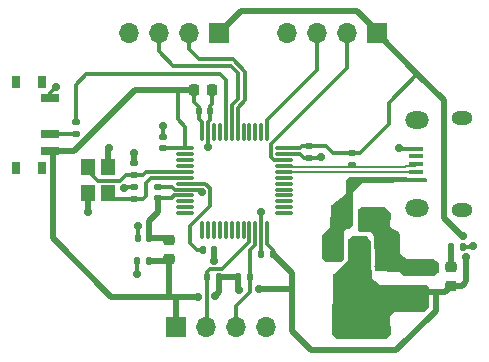
<source format=gbr>
%TF.GenerationSoftware,KiCad,Pcbnew,8.0.8*%
%TF.CreationDate,2025-02-20T15:14:10+05:30*%
%TF.ProjectId,Testing_1,54657374-696e-4675-9f31-2e6b69636164,rev?*%
%TF.SameCoordinates,Original*%
%TF.FileFunction,Copper,L1,Top*%
%TF.FilePolarity,Positive*%
%FSLAX46Y46*%
G04 Gerber Fmt 4.6, Leading zero omitted, Abs format (unit mm)*
G04 Created by KiCad (PCBNEW 8.0.8) date 2025-02-20 15:14:10*
%MOMM*%
%LPD*%
G01*
G04 APERTURE LIST*
G04 Aperture macros list*
%AMRoundRect*
0 Rectangle with rounded corners*
0 $1 Rounding radius*
0 $2 $3 $4 $5 $6 $7 $8 $9 X,Y pos of 4 corners*
0 Add a 4 corners polygon primitive as box body*
4,1,4,$2,$3,$4,$5,$6,$7,$8,$9,$2,$3,0*
0 Add four circle primitives for the rounded corners*
1,1,$1+$1,$2,$3*
1,1,$1+$1,$4,$5*
1,1,$1+$1,$6,$7*
1,1,$1+$1,$8,$9*
0 Add four rect primitives between the rounded corners*
20,1,$1+$1,$2,$3,$4,$5,0*
20,1,$1+$1,$4,$5,$6,$7,0*
20,1,$1+$1,$6,$7,$8,$9,0*
20,1,$1+$1,$8,$9,$2,$3,0*%
G04 Aperture macros list end*
%TA.AperFunction,SMDPad,CuDef*%
%ADD10R,0.800000X1.000000*%
%TD*%
%TA.AperFunction,SMDPad,CuDef*%
%ADD11R,1.500000X0.700000*%
%TD*%
%TA.AperFunction,SMDPad,CuDef*%
%ADD12R,1.200000X1.400000*%
%TD*%
%TA.AperFunction,SMDPad,CuDef*%
%ADD13RoundRect,0.375000X-0.375000X0.625000X-0.375000X-0.625000X0.375000X-0.625000X0.375000X0.625000X0*%
%TD*%
%TA.AperFunction,SMDPad,CuDef*%
%ADD14RoundRect,0.500000X-1.400000X0.500000X-1.400000X-0.500000X1.400000X-0.500000X1.400000X0.500000X0*%
%TD*%
%TA.AperFunction,SMDPad,CuDef*%
%ADD15RoundRect,0.075000X-0.662500X-0.075000X0.662500X-0.075000X0.662500X0.075000X-0.662500X0.075000X0*%
%TD*%
%TA.AperFunction,SMDPad,CuDef*%
%ADD16RoundRect,0.075000X-0.075000X-0.662500X0.075000X-0.662500X0.075000X0.662500X-0.075000X0.662500X0*%
%TD*%
%TA.AperFunction,SMDPad,CuDef*%
%ADD17RoundRect,0.135000X-0.135000X-0.185000X0.135000X-0.185000X0.135000X0.185000X-0.135000X0.185000X0*%
%TD*%
%TA.AperFunction,SMDPad,CuDef*%
%ADD18RoundRect,0.135000X0.135000X0.185000X-0.135000X0.185000X-0.135000X-0.185000X0.135000X-0.185000X0*%
%TD*%
%TA.AperFunction,SMDPad,CuDef*%
%ADD19RoundRect,0.135000X-0.185000X0.135000X-0.185000X-0.135000X0.185000X-0.135000X0.185000X0.135000X0*%
%TD*%
%TA.AperFunction,SMDPad,CuDef*%
%ADD20RoundRect,0.135000X0.185000X-0.135000X0.185000X0.135000X-0.185000X0.135000X-0.185000X-0.135000X0*%
%TD*%
%TA.AperFunction,ComponentPad*%
%ADD21R,1.700000X1.700000*%
%TD*%
%TA.AperFunction,ComponentPad*%
%ADD22O,1.700000X1.700000*%
%TD*%
%TA.AperFunction,SMDPad,CuDef*%
%ADD23RoundRect,0.218750X-0.256250X0.218750X-0.256250X-0.218750X0.256250X-0.218750X0.256250X0.218750X0*%
%TD*%
%TA.AperFunction,SMDPad,CuDef*%
%ADD24RoundRect,0.250000X0.475000X-0.250000X0.475000X0.250000X-0.475000X0.250000X-0.475000X-0.250000X0*%
%TD*%
%TA.AperFunction,SMDPad,CuDef*%
%ADD25RoundRect,0.250000X-0.250000X-0.475000X0.250000X-0.475000X0.250000X0.475000X-0.250000X0.475000X0*%
%TD*%
%TA.AperFunction,SMDPad,CuDef*%
%ADD26RoundRect,0.140000X0.170000X-0.140000X0.170000X0.140000X-0.170000X0.140000X-0.170000X-0.140000X0*%
%TD*%
%TA.AperFunction,SMDPad,CuDef*%
%ADD27RoundRect,0.140000X-0.140000X-0.170000X0.140000X-0.170000X0.140000X0.170000X-0.140000X0.170000X0*%
%TD*%
%TA.AperFunction,SMDPad,CuDef*%
%ADD28RoundRect,0.140000X0.140000X0.170000X-0.140000X0.170000X-0.140000X-0.170000X0.140000X-0.170000X0*%
%TD*%
%TA.AperFunction,SMDPad,CuDef*%
%ADD29RoundRect,0.225000X-0.225000X-0.250000X0.225000X-0.250000X0.225000X0.250000X-0.225000X0.250000X0*%
%TD*%
%TA.AperFunction,SMDPad,CuDef*%
%ADD30RoundRect,0.140000X-0.170000X0.140000X-0.170000X-0.140000X0.170000X-0.140000X0.170000X0.140000X0*%
%TD*%
%TA.AperFunction,HeatsinkPad*%
%ADD31O,1.800000X1.150000*%
%TD*%
%TA.AperFunction,HeatsinkPad*%
%ADD32O,2.000000X1.450000*%
%TD*%
%TA.AperFunction,SMDPad,CuDef*%
%ADD33R,1.300000X0.450000*%
%TD*%
%TA.AperFunction,ViaPad*%
%ADD34C,0.700000*%
%TD*%
%TA.AperFunction,Conductor*%
%ADD35C,0.300000*%
%TD*%
%TA.AperFunction,Conductor*%
%ADD36C,0.500000*%
%TD*%
%TA.AperFunction,Conductor*%
%ADD37C,0.200000*%
%TD*%
G04 APERTURE END LIST*
D10*
%TO.P,SW1,*%
%TO.N,*%
X108730000Y-73120000D03*
X106520000Y-73120000D03*
X108730000Y-80420000D03*
X106520000Y-80420000D03*
D11*
%TO.P,SW1,1,A*%
%TO.N,GND*%
X109380000Y-74520000D03*
%TO.P,SW1,2,B*%
%TO.N,/SW_BOOT0*%
X109380000Y-77520000D03*
%TO.P,SW1,3,C*%
%TO.N,+3.3V*%
X109380000Y-79020000D03*
%TD*%
D12*
%TO.P,Y1,1,1*%
%TO.N,/HSE_IN*%
X112590000Y-80380000D03*
%TO.P,Y1,2,2*%
%TO.N,GND*%
X112590000Y-82580000D03*
%TO.P,Y1,3,3*%
%TO.N,/HSE_OUT*%
X114290000Y-82580000D03*
%TO.P,Y1,4,4*%
%TO.N,GND*%
X114290000Y-80380000D03*
%TD*%
D13*
%TO.P,U2,1,GND*%
%TO.N,GND*%
X137920000Y-87240000D03*
%TO.P,U2,2,VO*%
%TO.N,+3.3V*%
X135620000Y-87240000D03*
D14*
X135620000Y-93540000D03*
D13*
%TO.P,U2,3,VI*%
%TO.N,VBUS*%
X133320000Y-87240000D03*
%TD*%
D15*
%TO.P,U1,1,VBAT*%
%TO.N,+3.3V*%
X120837500Y-78750000D03*
%TO.P,U1,2,PC13*%
%TO.N,unconnected-(U1-PC13-Pad2)*%
X120837500Y-79250000D03*
%TO.P,U1,3,PC14*%
%TO.N,unconnected-(U1-PC14-Pad3)*%
X120837500Y-79750000D03*
%TO.P,U1,4,PC15*%
%TO.N,unconnected-(U1-PC15-Pad4)*%
X120837500Y-80250000D03*
%TO.P,U1,5,PD0*%
%TO.N,/HSE_IN*%
X120837500Y-80750000D03*
%TO.P,U1,6,PD1*%
%TO.N,/HSE_OUT*%
X120837500Y-81250000D03*
%TO.P,U1,7,NRST*%
%TO.N,/NRST*%
X120837500Y-81750000D03*
%TO.P,U1,8,VSSA*%
%TO.N,GND*%
X120837500Y-82250000D03*
%TO.P,U1,9,VDDA*%
%TO.N,+3.3VA*%
X120837500Y-82750000D03*
%TO.P,U1,10,PA0*%
%TO.N,unconnected-(U1-PA0-Pad10)*%
X120837500Y-83250000D03*
%TO.P,U1,11,PA1*%
%TO.N,unconnected-(U1-PA1-Pad11)*%
X120837500Y-83750000D03*
%TO.P,U1,12,PA2*%
%TO.N,unconnected-(U1-PA2-Pad12)*%
X120837500Y-84250000D03*
D16*
%TO.P,U1,13,PA3*%
%TO.N,unconnected-(U1-PA3-Pad13)*%
X122250000Y-85662500D03*
%TO.P,U1,14,PA4*%
%TO.N,unconnected-(U1-PA4-Pad14)*%
X122750000Y-85662500D03*
%TO.P,U1,15,PA5*%
%TO.N,unconnected-(U1-PA5-Pad15)*%
X123250000Y-85662500D03*
%TO.P,U1,16,PA6*%
%TO.N,unconnected-(U1-PA6-Pad16)*%
X123750000Y-85662500D03*
%TO.P,U1,17,PA7*%
%TO.N,unconnected-(U1-PA7-Pad17)*%
X124250000Y-85662500D03*
%TO.P,U1,18,PB0*%
%TO.N,unconnected-(U1-PB0-Pad18)*%
X124750000Y-85662500D03*
%TO.P,U1,19,PB1*%
%TO.N,unconnected-(U1-PB1-Pad19)*%
X125250000Y-85662500D03*
%TO.P,U1,20,PB2*%
%TO.N,unconnected-(U1-PB2-Pad20)*%
X125750000Y-85662500D03*
%TO.P,U1,21,PB10*%
%TO.N,/I2C2_SCL*%
X126250000Y-85662500D03*
%TO.P,U1,22,PB11*%
%TO.N,/I2C2_SDA*%
X126750000Y-85662500D03*
%TO.P,U1,23,VSS*%
%TO.N,GND*%
X127250000Y-85662500D03*
%TO.P,U1,24,VDD*%
%TO.N,+3.3V*%
X127750000Y-85662500D03*
D15*
%TO.P,U1,25,PB12*%
%TO.N,unconnected-(U1-PB12-Pad25)*%
X129162500Y-84250000D03*
%TO.P,U1,26,PB13*%
%TO.N,unconnected-(U1-PB13-Pad26)*%
X129162500Y-83750000D03*
%TO.P,U1,27,PB14*%
%TO.N,unconnected-(U1-PB14-Pad27)*%
X129162500Y-83250000D03*
%TO.P,U1,28,PB15*%
%TO.N,unconnected-(U1-PB15-Pad28)*%
X129162500Y-82750000D03*
%TO.P,U1,29,PA8*%
%TO.N,unconnected-(U1-PA8-Pad29)*%
X129162500Y-82250000D03*
%TO.P,U1,30,PA9*%
%TO.N,unconnected-(U1-PA9-Pad30)*%
X129162500Y-81750000D03*
%TO.P,U1,31,PA10*%
%TO.N,unconnected-(U1-PA10-Pad31)*%
X129162500Y-81250000D03*
%TO.P,U1,32,PA11*%
%TO.N,/USB_D-*%
X129162500Y-80750000D03*
%TO.P,U1,33,PA12*%
%TO.N,/USB_D+*%
X129162500Y-80250000D03*
%TO.P,U1,34,PA13*%
%TO.N,/SWDIO*%
X129162500Y-79750000D03*
%TO.P,U1,35,VSS*%
%TO.N,GND*%
X129162500Y-79250000D03*
%TO.P,U1,36,VDD*%
%TO.N,+3.3V*%
X129162500Y-78750000D03*
D16*
%TO.P,U1,37,PA14*%
%TO.N,/SWCLK*%
X127750000Y-77337500D03*
%TO.P,U1,38,PA15*%
%TO.N,unconnected-(U1-PA15-Pad38)*%
X127250000Y-77337500D03*
%TO.P,U1,39,PB3*%
%TO.N,unconnected-(U1-PB3-Pad39)*%
X126750000Y-77337500D03*
%TO.P,U1,40,PB4*%
%TO.N,unconnected-(U1-PB4-Pad40)*%
X126250000Y-77337500D03*
%TO.P,U1,41,PB5*%
%TO.N,unconnected-(U1-PB5-Pad41)*%
X125750000Y-77337500D03*
%TO.P,U1,42,PB6*%
%TO.N,/USART1_Tx*%
X125250000Y-77337500D03*
%TO.P,U1,43,PB7*%
%TO.N,/USART1_Rx*%
X124750000Y-77337500D03*
%TO.P,U1,44,BOOT0*%
%TO.N,/BOOT0*%
X124250000Y-77337500D03*
%TO.P,U1,45,PB8*%
%TO.N,unconnected-(U1-PB8-Pad45)*%
X123750000Y-77337500D03*
%TO.P,U1,46,PB9*%
%TO.N,unconnected-(U1-PB9-Pad46)*%
X123250000Y-77337500D03*
%TO.P,U1,47,VSS*%
%TO.N,GND*%
X122750000Y-77337500D03*
%TO.P,U1,48,VDD*%
%TO.N,+3.3V*%
X122250000Y-77337500D03*
%TD*%
D17*
%TO.P,R6,1*%
%TO.N,+3.3V*%
X125300000Y-89680000D03*
%TO.P,R6,2*%
%TO.N,/I2C2_SDA*%
X126320000Y-89680000D03*
%TD*%
D18*
%TO.P,R5,1*%
%TO.N,+3.3V*%
X123640000Y-89660000D03*
%TO.P,R5,2*%
%TO.N,/I2C2_SCL*%
X122620000Y-89660000D03*
%TD*%
D17*
%TO.P,R3,1*%
%TO.N,/PWR_LED_K*%
X143310000Y-87080000D03*
%TO.P,R3,2*%
%TO.N,GND*%
X144330000Y-87080000D03*
%TD*%
D19*
%TO.P,R2,1*%
%TO.N,+3.3V*%
X134920000Y-79150000D03*
%TO.P,R2,2*%
%TO.N,/USB_D+*%
X134920000Y-80170000D03*
%TD*%
D20*
%TO.P,R1,1*%
%TO.N,/SW_BOOT0*%
X111530000Y-77510000D03*
%TO.P,R1,2*%
%TO.N,/BOOT0*%
X111530000Y-76490000D03*
%TD*%
D21*
%TO.P,J4,1,Pin_1*%
%TO.N,+3.3V*%
X120020000Y-93870000D03*
D22*
%TO.P,J4,2,Pin_2*%
%TO.N,/I2C2_SCL*%
X122560000Y-93870000D03*
%TO.P,J4,3,Pin_3*%
%TO.N,/I2C2_SDA*%
X125100000Y-93870000D03*
%TO.P,J4,4,Pin_4*%
%TO.N,GND*%
X127640000Y-93870000D03*
%TD*%
D21*
%TO.P,J3,1,Pin_1*%
%TO.N,+3.3V*%
X123640000Y-69020000D03*
D22*
%TO.P,J3,2,Pin_2*%
%TO.N,/USART1_Tx*%
X121100000Y-69020000D03*
%TO.P,J3,3,Pin_3*%
%TO.N,/USART1_Rx*%
X118560000Y-69020000D03*
%TO.P,J3,4,Pin_4*%
%TO.N,GND*%
X116020000Y-69020000D03*
%TD*%
D21*
%TO.P,J2,1,Pin_1*%
%TO.N,+3.3V*%
X137040000Y-69020000D03*
D22*
%TO.P,J2,2,Pin_2*%
%TO.N,/SWDIO*%
X134500000Y-69020000D03*
%TO.P,J2,3,Pin_3*%
%TO.N,/SWCLK*%
X131960000Y-69020000D03*
%TO.P,J2,4,Pin_4*%
%TO.N,GND*%
X129420000Y-69020000D03*
%TD*%
D23*
%TO.P,FB1,1*%
%TO.N,+3.3VA*%
X119410000Y-86552500D03*
%TO.P,FB1,2*%
%TO.N,+3.3V*%
X119410000Y-88127500D03*
%TD*%
%TO.P,D1,1,K*%
%TO.N,/PWR_LED_K*%
X143330000Y-88822500D03*
%TO.P,D1,2,A*%
%TO.N,+3.3V*%
X143330000Y-90397500D03*
%TD*%
D24*
%TO.P,C13,1*%
%TO.N,+3.3V*%
X140590000Y-90910000D03*
%TO.P,C13,2*%
%TO.N,GND*%
X140590000Y-89010000D03*
%TD*%
D25*
%TO.P,C12,1*%
%TO.N,VBUS*%
X134400000Y-84740000D03*
%TO.P,C12,2*%
%TO.N,GND*%
X136300000Y-84740000D03*
%TD*%
D26*
%TO.P,C11,1*%
%TO.N,/HSE_OUT*%
X116500000Y-83020000D03*
%TO.P,C11,2*%
%TO.N,GND*%
X116500000Y-82060000D03*
%TD*%
%TO.P,C10,1*%
%TO.N,/HSE_IN*%
X116500000Y-81000000D03*
%TO.P,C10,2*%
%TO.N,GND*%
X116500000Y-80040000D03*
%TD*%
D27*
%TO.P,C9,1*%
%TO.N,/NRST*%
X122320000Y-87370000D03*
%TO.P,C9,2*%
%TO.N,GND*%
X123280000Y-87370000D03*
%TD*%
D28*
%TO.P,C8,1*%
%TO.N,+3.3V*%
X117710000Y-88340000D03*
%TO.P,C8,2*%
%TO.N,GND*%
X116750000Y-88340000D03*
%TD*%
%TO.P,C7,1*%
%TO.N,+3.3VA*%
X117740000Y-86370000D03*
%TO.P,C7,2*%
%TO.N,GND*%
X116780000Y-86370000D03*
%TD*%
D26*
%TO.P,C6,1*%
%TO.N,+3.3VA*%
X118500000Y-82960000D03*
%TO.P,C6,2*%
%TO.N,GND*%
X118500000Y-82000000D03*
%TD*%
D29*
%TO.P,C5,1*%
%TO.N,+3.3V*%
X121575000Y-73840000D03*
%TO.P,C5,2*%
%TO.N,GND*%
X123125000Y-73840000D03*
%TD*%
D26*
%TO.P,C4,1*%
%TO.N,+3.3V*%
X118960000Y-78760000D03*
%TO.P,C4,2*%
%TO.N,GND*%
X118960000Y-77800000D03*
%TD*%
D28*
%TO.P,C3,1*%
%TO.N,+3.3V*%
X128220000Y-87680000D03*
%TO.P,C3,2*%
%TO.N,GND*%
X127260000Y-87680000D03*
%TD*%
D30*
%TO.P,C2,2*%
%TO.N,GND*%
X131320000Y-79550000D03*
%TO.P,C2,1*%
%TO.N,+3.3V*%
X131320000Y-78590000D03*
%TD*%
D31*
%TO.P,J1,6,Shield*%
%TO.N,unconnected-(J1-Shield-Pad6)_3*%
X144210000Y-76225000D03*
D32*
%TO.N,unconnected-(J1-Shield-Pad6)_1*%
X140410000Y-76375000D03*
%TO.N,unconnected-(J1-Shield-Pad6)*%
X140410000Y-83825000D03*
D31*
%TO.N,unconnected-(J1-Shield-Pad6)_2*%
X144210000Y-83975000D03*
D33*
%TO.P,J1,5,GND*%
%TO.N,GND*%
X140360000Y-78800000D03*
%TO.P,J1,4,ID*%
%TO.N,unconnected-(J1-ID-Pad4)*%
X140360000Y-79450000D03*
%TO.P,J1,3,D+*%
%TO.N,/USB_D+*%
X140360000Y-80100000D03*
%TO.P,J1,2,D-*%
%TO.N,/USB_D-*%
X140360000Y-80750000D03*
%TO.P,J1,1,VBUS*%
%TO.N,VBUS*%
X140360000Y-81400000D03*
%TD*%
D27*
%TO.P,C1,2*%
%TO.N,GND*%
X122910000Y-75590000D03*
%TO.P,C1,1*%
%TO.N,+3.3V*%
X121950000Y-75590000D03*
%TD*%
D34*
%TO.N,GND*%
X112560000Y-84170000D03*
X114320000Y-78760000D03*
%TO.N,+3.3V*%
X144626570Y-87931280D03*
X144330000Y-86200000D03*
X121880000Y-91330000D03*
X123320000Y-91260000D03*
X125360000Y-90740000D03*
X127030000Y-90680000D03*
%TO.N,GND*%
X137182000Y-88732150D03*
X141890000Y-88770000D03*
X138080141Y-88790000D03*
X137561999Y-85389923D03*
X137550000Y-84490000D03*
X138940000Y-78770000D03*
X132300000Y-79530000D03*
X109890000Y-73550000D03*
X122750000Y-78690000D03*
X118960000Y-76840000D03*
X115603105Y-82134527D03*
X116800000Y-85340000D03*
X116750000Y-89410000D03*
X122210000Y-82440000D03*
X123273796Y-88280000D03*
X127240000Y-84160000D03*
X116510000Y-79140000D03*
X145200000Y-87060000D03*
%TD*%
D35*
%TO.N,/I2C2_SCL*%
X122620000Y-89660000D02*
X122620000Y-93810000D01*
X122620000Y-93810000D02*
X122560000Y-93870000D01*
D36*
%TO.N,+3.3VA*%
X117740000Y-86370000D02*
X117740000Y-84880000D01*
X117740000Y-84880000D02*
X118490000Y-84130000D01*
X118490000Y-84130000D02*
X118490000Y-82970000D01*
X118490000Y-82970000D02*
X118500000Y-82960000D01*
%TO.N,GND*%
X112590000Y-84140000D02*
X112560000Y-84170000D01*
X112590000Y-82580000D02*
X112590000Y-84140000D01*
X114290000Y-78790000D02*
X114320000Y-78760000D01*
X114290000Y-80380000D02*
X114290000Y-78790000D01*
%TO.N,+3.3V*%
X142010000Y-90910000D02*
X142010000Y-92530000D01*
X142010000Y-92530000D02*
X138670000Y-95870000D01*
X138670000Y-95870000D02*
X131460000Y-95870000D01*
X131460000Y-95870000D02*
X129830000Y-94240000D01*
X129830000Y-94240000D02*
X129830000Y-90680000D01*
D35*
X132690000Y-78590000D02*
X132740000Y-78540000D01*
X131320000Y-78590000D02*
X132690000Y-78590000D01*
X132740000Y-78540000D02*
X133350000Y-79150000D01*
X133350000Y-79150000D02*
X134920000Y-79150000D01*
D36*
X144330000Y-86200000D02*
X144240000Y-86200000D01*
X144240000Y-86200000D02*
X142710000Y-84670000D01*
X142710000Y-84670000D02*
X142710000Y-74680000D01*
X137050000Y-69020000D02*
X137040000Y-69020000D01*
X144626570Y-90013430D02*
X144626570Y-87931280D01*
X144390000Y-90250000D02*
X144626570Y-90013430D01*
X144242500Y-90397500D02*
X144390000Y-90250000D01*
X143330000Y-90397500D02*
X144242500Y-90397500D01*
%TO.N,/PWR_LED_K*%
X143310000Y-87080000D02*
X143310000Y-88802500D01*
X143310000Y-88802500D02*
X143330000Y-88822500D01*
%TO.N,+3.3V*%
X137040000Y-69020000D02*
X137040000Y-68850000D01*
X137040000Y-68850000D02*
X135340000Y-67150000D01*
X125510000Y-67150000D02*
X123640000Y-69020000D01*
X135340000Y-67150000D02*
X125510000Y-67150000D01*
X109380000Y-79020000D02*
X111410000Y-79020000D01*
X111410000Y-79020000D02*
X116590000Y-73840000D01*
X116590000Y-73840000D02*
X120260000Y-73840000D01*
D35*
X120837500Y-78750000D02*
X120837500Y-76917500D01*
X120220000Y-76300000D02*
X120220000Y-73880000D01*
X120220000Y-73880000D02*
X120260000Y-73840000D01*
X120837500Y-76917500D02*
X120220000Y-76300000D01*
D36*
X120260000Y-73840000D02*
X121575000Y-73840000D01*
%TO.N,+3.3VA*%
X117740000Y-86370000D02*
X119227500Y-86370000D01*
X119227500Y-86370000D02*
X119410000Y-86552500D01*
%TO.N,+3.3V*%
X117710000Y-88340000D02*
X119197500Y-88340000D01*
X119197500Y-88340000D02*
X119410000Y-88127500D01*
X121880000Y-91330000D02*
X119990000Y-91330000D01*
X119990000Y-91330000D02*
X119430000Y-91330000D01*
X120020000Y-93870000D02*
X120020000Y-91360000D01*
X120020000Y-91360000D02*
X119990000Y-91330000D01*
X119430000Y-91330000D02*
X114560000Y-91330000D01*
X119410000Y-88127500D02*
X119410000Y-91310000D01*
X119410000Y-91310000D02*
X119430000Y-91330000D01*
X114560000Y-91330000D02*
X109580000Y-86350000D01*
X109580000Y-86350000D02*
X109580000Y-79220000D01*
X109580000Y-79220000D02*
X109380000Y-79020000D01*
X123640000Y-90940000D02*
X123320000Y-91260000D01*
X123640000Y-89660000D02*
X123640000Y-90940000D01*
X123640000Y-89660000D02*
X125280000Y-89660000D01*
X125280000Y-89660000D02*
X125300000Y-89680000D01*
X125300000Y-89680000D02*
X125300000Y-90680000D01*
X125300000Y-90680000D02*
X125360000Y-90740000D01*
X129830000Y-90680000D02*
X129830000Y-89290000D01*
X129830000Y-90680000D02*
X127030000Y-90680000D01*
X142010000Y-90910000D02*
X142817500Y-90910000D01*
X140590000Y-90910000D02*
X142010000Y-90910000D01*
X142817500Y-90910000D02*
X143330000Y-90397500D01*
D35*
%TO.N,GND*%
X137230000Y-88710000D02*
X137204150Y-88710000D01*
X137204150Y-88710000D02*
X137182000Y-88732150D01*
X141880000Y-88760000D02*
X141890000Y-88770000D01*
X141770000Y-88760000D02*
X141880000Y-88760000D01*
X137560000Y-85387924D02*
X137561999Y-85389923D01*
X137560000Y-85240000D02*
X137560000Y-85387924D01*
X138970000Y-78800000D02*
X138940000Y-78770000D01*
X140360000Y-78800000D02*
X138970000Y-78800000D01*
X132280000Y-79550000D02*
X132300000Y-79530000D01*
X131320000Y-79550000D02*
X132280000Y-79550000D01*
X109380000Y-74060000D02*
X109890000Y-73550000D01*
X109380000Y-74520000D02*
X109380000Y-74060000D01*
X122750000Y-77337500D02*
X122750000Y-78690000D01*
X118960000Y-77800000D02*
X118960000Y-76840000D01*
X115677632Y-82060000D02*
X115603105Y-82134527D01*
X116500000Y-82060000D02*
X115677632Y-82060000D01*
X116780000Y-85360000D02*
X116800000Y-85340000D01*
X116780000Y-86370000D02*
X116780000Y-85360000D01*
X116750000Y-88340000D02*
X116750000Y-89410000D01*
%TO.N,/NRST*%
X122320000Y-87370000D02*
X121780000Y-87370000D01*
X121200000Y-86790000D02*
X121200000Y-85350000D01*
X122499950Y-81740000D02*
X121688120Y-81740000D01*
X121780000Y-87370000D02*
X121200000Y-86790000D01*
X121200000Y-85350000D02*
X122910000Y-83640000D01*
X122910000Y-83640000D02*
X122910000Y-82150050D01*
X121678120Y-81750000D02*
X120837500Y-81750000D01*
X122910000Y-82150050D02*
X122499950Y-81740000D01*
X121688120Y-81740000D02*
X121678120Y-81750000D01*
%TO.N,GND*%
X122020000Y-82250000D02*
X122210000Y-82440000D01*
X120837500Y-82250000D02*
X122020000Y-82250000D01*
%TO.N,/I2C2_SCL*%
X122620000Y-89660000D02*
X122620000Y-89260000D01*
X122620000Y-89260000D02*
X122900000Y-88980000D01*
X122900000Y-88980000D02*
X123960000Y-88980000D01*
X126250000Y-86690000D02*
X126250000Y-85662500D01*
X123960000Y-88980000D02*
X126250000Y-86690000D01*
D36*
%TO.N,GND*%
X123280000Y-88273796D02*
X123273796Y-88280000D01*
X123280000Y-87370000D02*
X123280000Y-88273796D01*
D35*
X127250000Y-84170000D02*
X127240000Y-84160000D01*
X127250000Y-85662500D02*
X127250000Y-84170000D01*
D36*
X116500000Y-79150000D02*
X116510000Y-79140000D01*
X116500000Y-80040000D02*
X116500000Y-79150000D01*
D35*
%TO.N,/I2C2_SDA*%
X126320000Y-90920000D02*
X125100000Y-92140000D01*
X126320000Y-89680000D02*
X126320000Y-90920000D01*
X125100000Y-92140000D02*
X125100000Y-93870000D01*
X126750000Y-85662500D02*
X126750000Y-86910000D01*
X126750000Y-86910000D02*
X126320000Y-87340000D01*
X126320000Y-87340000D02*
X126320000Y-89680000D01*
%TO.N,+3.3V*%
X127750000Y-86860000D02*
X128240000Y-87350000D01*
X128240000Y-87350000D02*
X128240000Y-87680000D01*
%TO.N,GND*%
X127250000Y-85662500D02*
X127250000Y-87650000D01*
X127250000Y-87650000D02*
X127280000Y-87680000D01*
%TO.N,/SW_BOOT0*%
X109380000Y-77520000D02*
X111520000Y-77520000D01*
X111520000Y-77520000D02*
X111530000Y-77510000D01*
%TO.N,/BOOT0*%
X124250000Y-77337500D02*
X124250000Y-72960000D01*
X124250000Y-72960000D02*
X123780000Y-72490000D01*
X123780000Y-72490000D02*
X112450000Y-72490000D01*
X112450000Y-72490000D02*
X111530000Y-73410000D01*
X111530000Y-73410000D02*
X111530000Y-76490000D01*
%TO.N,/USART1_Rx*%
X124750000Y-77337500D02*
X124750000Y-75122894D01*
X124750000Y-75122894D02*
X125290000Y-74582894D01*
X125290000Y-74582894D02*
X125290000Y-72367106D01*
X125290000Y-72367106D02*
X124706447Y-71783553D01*
X124706447Y-71783553D02*
X119803553Y-71783553D01*
X119803553Y-71783553D02*
X118560000Y-70540000D01*
X118560000Y-70540000D02*
X118560000Y-69020000D01*
%TO.N,/USART1_Tx*%
X125250000Y-75330000D02*
X125900000Y-74680000D01*
X125900000Y-74680000D02*
X125900000Y-72270000D01*
X121100000Y-70330000D02*
X121100000Y-69020000D01*
X125900000Y-72270000D02*
X124850000Y-71220000D01*
X125250000Y-77337500D02*
X125250000Y-75330000D01*
X124850000Y-71220000D02*
X121990000Y-71220000D01*
X121990000Y-71220000D02*
X121100000Y-70330000D01*
%TO.N,/SWDIO*%
X129162500Y-79750000D02*
X128321880Y-79750000D01*
X128321880Y-79750000D02*
X128064060Y-79492180D01*
X128064060Y-79492180D02*
X128064060Y-78364060D01*
X128064060Y-78364060D02*
X134500000Y-71928120D01*
X134500000Y-71928120D02*
X134500000Y-69020000D01*
%TO.N,/SWCLK*%
X127750000Y-77337500D02*
X127750000Y-76370000D01*
X127750000Y-76370000D02*
X131960000Y-72160000D01*
X131960000Y-72160000D02*
X131960000Y-69020000D01*
D37*
%TO.N,/USB_D+*%
X129162500Y-80250000D02*
X129212499Y-80299999D01*
X139410000Y-80299999D02*
X139410000Y-80225000D01*
X139410000Y-80225000D02*
X140235000Y-80225000D01*
X140235000Y-80225000D02*
X140360000Y-80100000D01*
D35*
%TO.N,/HSE_IN*%
X116500000Y-81000000D02*
X117270000Y-81000000D01*
X117270000Y-81000000D02*
X117520000Y-80750000D01*
X117520000Y-80750000D02*
X120837500Y-80750000D01*
%TO.N,/HSE_OUT*%
X116500000Y-83020000D02*
X114890000Y-83020000D01*
X114890000Y-83020000D02*
X114480000Y-82610000D01*
X117460000Y-82820000D02*
X117260000Y-83020000D01*
X117260000Y-83020000D02*
X116500000Y-83020000D01*
X117460000Y-81680000D02*
X117460000Y-82820000D01*
X120837500Y-81250000D02*
X117890000Y-81250000D01*
X117890000Y-81250000D02*
X117460000Y-81680000D01*
%TO.N,+3.3V*%
X118960000Y-78760000D02*
X118970000Y-78750000D01*
X118970000Y-78750000D02*
X120837500Y-78750000D01*
X127750000Y-85662500D02*
X127750000Y-86860000D01*
X129162500Y-78750000D02*
X130570000Y-78750000D01*
X130570000Y-78750000D02*
X130730000Y-78590000D01*
X130730000Y-78590000D02*
X131320000Y-78590000D01*
%TO.N,GND*%
X129162500Y-79250000D02*
X130560000Y-79250000D01*
X130560000Y-79250000D02*
X130860000Y-79550000D01*
X130860000Y-79550000D02*
X131320000Y-79550000D01*
%TO.N,+3.3VA*%
X118500000Y-82960000D02*
X119690000Y-82960000D01*
X119690000Y-82960000D02*
X119900000Y-82750000D01*
X119900000Y-82750000D02*
X120837500Y-82750000D01*
%TO.N,GND*%
X119670000Y-82000000D02*
X119920000Y-82250000D01*
X118500000Y-82000000D02*
X119670000Y-82000000D01*
X119920000Y-82250000D02*
X120837500Y-82250000D01*
X118500000Y-82000000D02*
X118500000Y-82010000D01*
X118500000Y-82010000D02*
X118510000Y-82020000D01*
X122910000Y-75590000D02*
X122910000Y-75190000D01*
X122910000Y-75190000D02*
X123125000Y-74975000D01*
X123125000Y-74975000D02*
X123125000Y-73840000D01*
%TO.N,+3.3V*%
X121950000Y-75590000D02*
X121950000Y-75250000D01*
X121950000Y-75250000D02*
X121575000Y-74875000D01*
X121575000Y-74875000D02*
X121575000Y-73840000D01*
%TO.N,GND*%
X122750000Y-76496880D02*
X122913440Y-76333440D01*
X122750000Y-77337500D02*
X122750000Y-76496880D01*
X122913440Y-76333440D02*
X122910000Y-76330000D01*
X122910000Y-76330000D02*
X122910000Y-75590000D01*
%TO.N,+3.3V*%
X122250000Y-77337500D02*
X122250000Y-76550000D01*
X122250000Y-76550000D02*
X121950000Y-76250000D01*
X121950000Y-76250000D02*
X121950000Y-75590000D01*
D37*
%TO.N,/USB_D+*%
X129212499Y-80299999D02*
X139410000Y-80299999D01*
%TO.N,/USB_D-*%
X129162500Y-80750000D02*
X140360000Y-80750000D01*
D35*
%TO.N,/HSE_IN*%
X113450000Y-81490000D02*
X112780000Y-80820000D01*
X112780000Y-80820000D02*
X112780000Y-80410000D01*
X115330000Y-81490000D02*
X113450000Y-81490000D01*
X115820000Y-81000000D02*
X115330000Y-81490000D01*
X116500000Y-81000000D02*
X115820000Y-81000000D01*
%TO.N,GND*%
X144330000Y-87080000D02*
X145180000Y-87080000D01*
X145180000Y-87080000D02*
X145200000Y-87060000D01*
D36*
%TO.N,+3.3V*%
X129830000Y-89290000D02*
X128220000Y-87680000D01*
D35*
X140480000Y-72460000D02*
X140480000Y-72450000D01*
X138040000Y-74900000D02*
X140480000Y-72460000D01*
X134920000Y-79150000D02*
X135630000Y-79150000D01*
X138040000Y-76740000D02*
X138040000Y-74900000D01*
D36*
X140480000Y-72450000D02*
X137050000Y-69020000D01*
D35*
X135630000Y-79150000D02*
X138040000Y-76740000D01*
D36*
X142710000Y-74680000D02*
X140480000Y-72450000D01*
%TD*%
%TA.AperFunction,Conductor*%
%TO.N,GND*%
G36*
X137729536Y-83759685D02*
G01*
X137745344Y-83771738D01*
X138158400Y-84142645D01*
X138195129Y-84202082D01*
X138199549Y-84235907D01*
X138189999Y-85419998D01*
X138190000Y-85419999D01*
X138190000Y-85420000D01*
X138613873Y-85653130D01*
X138759936Y-85733465D01*
X138807286Y-85779636D01*
X138983108Y-86081044D01*
X139000000Y-86143524D01*
X139000000Y-87700000D01*
X139560000Y-88100000D01*
X141761193Y-88100000D01*
X141828232Y-88119685D01*
X141831883Y-88122123D01*
X142236690Y-88403009D01*
X142280547Y-88457400D01*
X142290000Y-88504886D01*
X142290000Y-89219482D01*
X142270315Y-89286521D01*
X142242294Y-89317233D01*
X141914062Y-89573414D01*
X141849102Y-89599144D01*
X141836792Y-89599659D01*
X139387295Y-89580372D01*
X139320412Y-89560160D01*
X139304966Y-89548225D01*
X138910000Y-89190000D01*
X138868558Y-89189779D01*
X137086631Y-89180301D01*
X137019698Y-89160260D01*
X136993145Y-89137003D01*
X136922017Y-89054019D01*
X136893335Y-88990312D01*
X136892911Y-88986894D01*
X136891056Y-88969949D01*
X136883036Y-88929029D01*
X136868888Y-88879455D01*
X136849902Y-88829395D01*
X136842749Y-88800374D01*
X136836280Y-88747088D01*
X136836280Y-88717206D01*
X136842749Y-88663919D01*
X136849902Y-88634898D01*
X136855037Y-88621362D01*
X136870541Y-88564392D01*
X136878560Y-88517372D01*
X136879978Y-88497746D01*
X136882815Y-88458502D01*
X136882815Y-88458496D01*
X136870374Y-87953078D01*
X136836575Y-86579950D01*
X136834996Y-86555552D01*
X136834996Y-86555547D01*
X136832924Y-86535829D01*
X136832923Y-86535818D01*
X136801414Y-86429268D01*
X136801412Y-86429265D01*
X136801412Y-86429263D01*
X136799317Y-86424002D01*
X136801068Y-86423304D01*
X136790000Y-86377106D01*
X136790000Y-86220001D01*
X136789999Y-86219999D01*
X136715675Y-86110000D01*
X136540000Y-85850000D01*
X136539999Y-85849999D01*
X135619465Y-85812427D01*
X135553284Y-85790025D01*
X135524697Y-85762089D01*
X135444410Y-85653128D01*
X135420490Y-85587482D01*
X135420240Y-85578866D01*
X135429587Y-83980561D01*
X135449663Y-83913640D01*
X135490873Y-83874315D01*
X135690957Y-83757024D01*
X135753666Y-83740000D01*
X137662497Y-83740000D01*
X137729536Y-83759685D01*
G37*
%TD.AperFunction*%
%TD*%
%TA.AperFunction,Conductor*%
%TO.N,+3.3V*%
G36*
X136213527Y-86209685D02*
G01*
X136236709Y-86228934D01*
X136497427Y-86505453D01*
X136529095Y-86567734D01*
X136531168Y-86587468D01*
X136577408Y-88466012D01*
X136569389Y-88513032D01*
X136545763Y-88575330D01*
X136545762Y-88575335D01*
X136526722Y-88732149D01*
X136526722Y-88732150D01*
X136545763Y-88888968D01*
X136583240Y-88987787D01*
X136591260Y-89028707D01*
X136609999Y-89789999D01*
X136610000Y-89790000D01*
X137020000Y-90090000D01*
X137300000Y-90290000D01*
X141188027Y-90309786D01*
X141254964Y-90329811D01*
X141263197Y-90335652D01*
X141401821Y-90442771D01*
X141442831Y-90499336D01*
X141450000Y-90540888D01*
X141450000Y-91270031D01*
X141459429Y-92118648D01*
X141440491Y-92185902D01*
X141424098Y-92206716D01*
X141056480Y-92582690D01*
X140995537Y-92616862D01*
X140967819Y-92620000D01*
X138530000Y-92620000D01*
X138179999Y-93020000D01*
X138199276Y-94494662D01*
X138180470Y-94561953D01*
X138159294Y-94587491D01*
X137855978Y-94866861D01*
X137793332Y-94897799D01*
X137771085Y-94899650D01*
X133664919Y-94870320D01*
X133598022Y-94850157D01*
X133585708Y-94840983D01*
X133385985Y-94671987D01*
X133275027Y-94578100D01*
X133236566Y-94519771D01*
X133231149Y-94481027D01*
X133328925Y-89465134D01*
X133349912Y-89398492D01*
X133371662Y-89373871D01*
X134610000Y-88300000D01*
X134619725Y-86490967D01*
X134639769Y-86424039D01*
X134656037Y-86403962D01*
X134833681Y-86226319D01*
X134895004Y-86192834D01*
X134921362Y-86190000D01*
X136146488Y-86190000D01*
X136213527Y-86209685D01*
G37*
%TD.AperFunction*%
%TD*%
%TA.AperFunction,Conductor*%
%TO.N,VBUS*%
G36*
X139476206Y-81170185D02*
G01*
X139496848Y-81186819D01*
X139537235Y-81227206D01*
X139640009Y-81272585D01*
X139665135Y-81275500D01*
X141054864Y-81275499D01*
X141054879Y-81275497D01*
X141054882Y-81275497D01*
X141079987Y-81272586D01*
X141079987Y-81272585D01*
X141079991Y-81272585D01*
X141091421Y-81267537D01*
X141160698Y-81258465D01*
X141223884Y-81288287D01*
X141260916Y-81347535D01*
X141265466Y-81377709D01*
X141268419Y-81489941D01*
X141250505Y-81557476D01*
X141223844Y-81588463D01*
X141184182Y-81621514D01*
X141120079Y-81649309D01*
X141105505Y-81650252D01*
X135869999Y-81679999D01*
X135020000Y-82459999D01*
X135019999Y-82460000D01*
X135010177Y-85288890D01*
X134990260Y-85355860D01*
X134973859Y-85376140D01*
X134793153Y-85556846D01*
X134731830Y-85590331D01*
X134713207Y-85592923D01*
X134440000Y-85609999D01*
X134290000Y-85779999D01*
X134289999Y-85780002D01*
X134299955Y-86188159D01*
X134299990Y-86191846D01*
X134290243Y-88014506D01*
X134270200Y-88081439D01*
X134260393Y-88094541D01*
X134027116Y-88366698D01*
X133968542Y-88404788D01*
X133932968Y-88410000D01*
X132745068Y-88410000D01*
X132678029Y-88390315D01*
X132643029Y-88356456D01*
X132412548Y-88022656D01*
X132390655Y-87956305D01*
X132390601Y-87950321D01*
X132419110Y-86068708D01*
X132439808Y-86001977D01*
X132465979Y-85973487D01*
X133100000Y-85470000D01*
X133158085Y-83640296D01*
X133179887Y-83573918D01*
X133208621Y-83544293D01*
X134440000Y-82640000D01*
X134449535Y-81486238D01*
X134469773Y-81419365D01*
X134492618Y-81393301D01*
X134629421Y-81275499D01*
X134739699Y-81180537D01*
X134803344Y-81151708D01*
X134820612Y-81150500D01*
X139409167Y-81150500D01*
X139476206Y-81170185D01*
G37*
%TD.AperFunction*%
%TD*%
M02*

</source>
